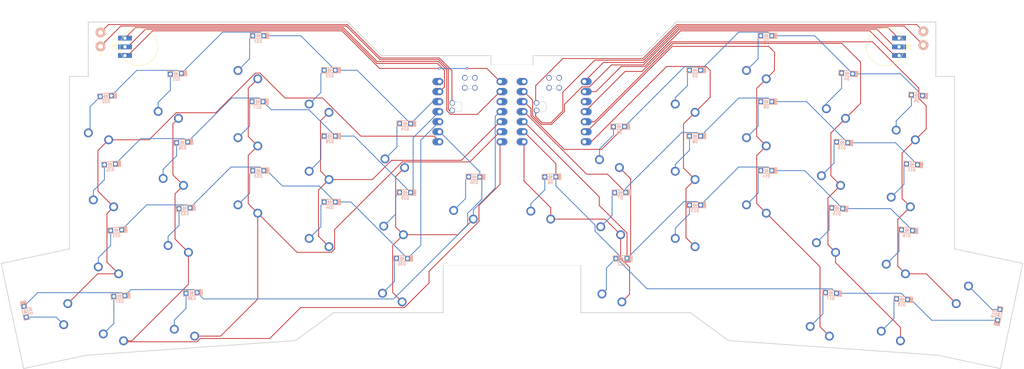
<source format=kicad_pcb>
(kicad_pcb (version 20241229) (generator "pcbnew") (generator_version "9.0")
  (layers (0 "F.Cu" signal) (2 "B.Cu" signal) (13 "F.Paste" user) (15 "B.Paste" user) (5 "F.SilkS" user "F.Silkscreen") (7 "B.SilkS" user "B.Silkscreen") (1 "F.Mask" user) (3 "B.Mask" user) (25 "Edge.Cuts" user))
  (net 0 "")
  (net 1 "row0")
  (net 2 "Net-(D1-A)")
  (net 3 "row1")
  (net 4 "Net-(D2-A)")
  (net 5 "Net-(D3-A)")
  (net 6 "row2")
  (net 7 "Net-(D4-A)")
  (net 8 "Net-(D5-A)")
  (net 9 "Net-(D6-A)")
  (net 10 "Net-(D7-A)")
  (net 11 "Net-(D8-A)")
  (net 12 "Net-(D9-A)")
  (net 13 "Net-(D10-A)")
  (net 14 "Net-(D11-A)")
  (net 15 "Net-(D12-A)")
  (net 16 "Net-(D13-A)")
  (net 17 "Net-(D14-A)")
  (net 18 "Net-(D15-A)")
  (net 19 "row3")
  (net 20 "Net-(D16-A)")
  (net 21 "Net-(D17-A)")
  (net 22 "Net-(D18-A)")
  (net 23 "Net-(D19-A)")
  (net 24 "Net-(D20-A)")
  (net 25 "Net-(D21-A)")
  (net 26 "Net-(D22-A)")
  (net 27 "Net-(D23-A)")
  (net 28 "Net-(D24-A)")
  (net 29 "Net-(D25-A)")
  (net 30 "Net-(D26-A)")
  (net 31 "Net-(D27-A)")
  (net 32 "Net-(D28-A)")
  (net 33 "Net-(D29-A)")
  (net 34 "Net-(D30-A)")
  (net 35 "Net-(D31-A)")
  (net 36 "Net-(D32-A)")
  (net 37 "Net-(D33-A)")
  (net 38 "Net-(D34-A)")
  (net 39 "Net-(D35-A)")
  (net 40 "Net-(D36-A)")
  (net 41 "Net-(D37-A)")
  (net 42 "Net-(D38-A)")
  (net 43 "col0")
  (net 44 "col1")
  (net 45 "col2")
  (net 46 "col3")
  (net 47 "col4")
  (net 49 "row0-1")
  (net 50 "row1-1")
  (net 51 "row3-1")
  (net 52 "row2-1")
  (net 53 "col0-1")
  (net 54 "col1-1")
  (net 55 "col2-1")
  (net 56 "col3-1")
  (net 57 "col4-1")
  (net 64 "Net-(J1-Pin_1)")
  (net 65 "Net-(J3-Pin_1)")
  (net 66 "Net-(J2-Pin_1)")
  (net 67 "Net-(J4-Pin_1)")
  (net 73 "5v")
  (net 74 "Gnd")
  (net 75 "Data")
  (net 76 "Data-1")
  (net 77 "Gnd-1")
  (net 78 "5v-1")
  (footprint "Keebio-Parts.pretty-master:Kailh-PG1350-1u-NoLED" (layer "F.Cu") (at 137.980875 76.221845 -1)
    (property "Reference" "SW30")
    (property "Value" "MX_LED" (hide yes))
  )
  (footprint "Keebio-Parts.pretty-master:Kailh-PG1350-1u-NoLED" (layer "F.Cu") (at 157.340851 76.221845 1)
    (property "Reference" "SW6")
    (property "Value" "MX_LED" (hide yes))
  )
  (footprint "Keebio-Parts.pretty-master:Kailh-PG1350-1u-NoLED" (layer "F.Cu") (at 46.569932 73.127394 4)
    (property "Reference" "SW25")
    (property "Value" "MX_LED" (hide yes))
  )
  (footprint "Keebio-Parts.pretty-master:Kailh-PG1350-1u-NoLED" (layer "F.Cu") (at 120.62322 63.184147 -1)
    (property "Reference" "SW24")
    (property "Value" "MX_LED" (hide yes))
  )
  (footprint "Keebio-Parts.pretty-master:Kailh-PG1350-1u-NoLED" (layer "F.Cu") (at 67.037316 105.858711 4)
    (property "Reference" "SW38")
    (property "Value" "MX_LED" (hide yes))
  )
  (footprint "Keebio-Parts.pretty-master:Kailh-PG1350-1u-NoLED" (layer "F.Cu") (at 247.496179 90.085982 -4)
    (property "Reference" "SW16")
    (property "Value" "MX_LED" (hide yes))
  )
  (footprint "Keebio-Parts.pretty-master:Kailh-PG1350-1u-NoLED" (layer "F.Cu") (at 65.467797 84.660476 4)
    (property "Reference" "SW32")
    (property "Value" "MX_LED" (hide yes))
  )
  (footprint "Keebio-Parts.pretty-master:Kailh-PG1350-1u-NoLED" (layer "F.Cu") (at 211.921726 40.713642)
    (property "Reference" "SW3")
    (property "Value" "MX_LED" (hide yes))
  )
  (footprint "Keebio-Parts.pretty-master:Kailh-PG1350-1u-NoLED" (layer "F.Cu") (at 229.853929 84.660476 -4)
    (property "Reference" "SW15")
    (property "Value" "MX_LED" (hide yes))
  )
  (footprint "Keebio-Parts.pretty-master:Kailh-PG1350-1u-NoLED" (layer "F.Cu") (at 193.921726 83.213642)
    (property "Reference" "SW13")
    (property "Value" "MX_LED" (hide yes))
  )
  (footprint "Keebio-Parts.pretty-master:Kailh-PG1350-1u-NoLED" (layer "F.Cu") (at 49.081164 107.044572 4)
    (property "Reference" "SW37")
    (property "Value" "MX_LED" (hide yes))
  )
  (footprint "Keebio-Parts.pretty-master:Kailh-PG1350-1u-NoLED" (layer "F.Cu") (at 246.240562 107.044572 -4)
    (property "Reference" "SW18")
    (property "Value" "MX_LED" (hide yes))
  )
  (footprint "Keebio-Parts.pretty-master:Kailh-PG1350-1u-NoLED" (layer "F.Cu") (at 193.921726 49.213642)
    (property "Reference" "SW2")
    (property "Value" "MX_LED" (hide yes))
  )
  (footprint "Keebio-Parts.pretty-master:Kailh-PG1350-1u-NoLED" (layer "F.Cu") (at 62.956563 50.743298 4)
    (property "Reference" "SW21")
    (property "Value" "MX_LED" (hide yes))
  )
  (footprint "Keebio-Parts.pretty-master:Kailh-PG1350-1u-NoLED" (layer "F.Cu") (at 193.921726 66.213642)
    (property "Reference" "SW8")
    (property "Value" "MX_LED" (hide yes))
  )
  (footprint "Keebio-Parts.pretty-master:Kailh-PG1350-1u-NoLED" (layer "F.Cu") (at 265.707378 104.743616 -102)
    (property "Reference" "SW19")
    (property "Value" "MX_LED" (hide yes))
  )
  (footprint "TOTEMlib:BatteryPad" (layer "F.Cu") (at 43.65625 34.925)
    (property "Reference" "J2" (hide yes))
    (property "Value" "-")
  )
  (footprint "Keebio-Parts.pretty-master:Kailh-PG1350-1u-NoLED" (layer "F.Cu") (at 45.314315 56.168804 4)
    (property "Reference" "SW20")
    (property "Value" "MX_LED" (hide yes))
  )
  (footprint "Keebio-Parts.pretty-master:Kailh-PG1350-1u-NoLED" (layer "F.Cu") (at 101.4 49.213642)
    (property "Reference" "SW23")
    (property "Value" "MX_LED" (hide yes))
  )
  (footprint "Keebio-Parts.pretty-master:Kailh-PG1350-1u-NoLED" (layer "F.Cu") (at 101.4 83.213642)
    (property "Reference" "SW34")
    (property "Value" "MX_LED" (hide yes))
  )
  (footprint "Keebio-Parts.pretty-master:Kailh-PG1350-1u-NoLED" (layer "F.Cu") (at 175.326791 97.178968 1)
    (property "Reference" "SW12")
    (property "Value" "MX_LED" (hide yes))
  )
  (footprint "Keebio-Parts.pretty-master:Kailh-PG1350-1u-NoLED" (layer "F.Cu") (at 119.994934 97.178968 -1)
    (property "Reference" "SW35")
    (property "Value" "MX_LED" (hide yes))
  )
  (footprint "Keebio-Parts.pretty-master:Kailh-PG1350-1u-NoLED" (layer "F.Cu") (at 47.825547 90.085982 4)
    (property "Reference" "SW31")
    (property "Value" "MX_LED" (hide yes))
  )
  (footprint "TOTEMlib:xiao-ble-smd-cutout-mod" (layer "F.Cu") (at 158.310863 54.938642)
    (property "Reference" "U3" (hide yes))
    (property "Value" "XIAO-nRF52840-SMD" (hide yes))
    (fp_line (start -4.699 -0.7488) (end -4.699 -1.7902) (stroke (width 0.12)) (layer "Edge.Cuts"))
    (fp_line (start -4.0132 -2.476) (end -2.413 -2.476) (stroke (width 0.12)) (layer "Edge.Cuts"))
    (fp_line (start -2.413 -0.063) (end -4.0132 -0.063) (stroke (width 0.12)) (layer "Edge.Cuts"))
    (fp_line (start -2.032 -2.095) (end -2.032 -0.444) (stroke (width 0.12)) (layer "Edge.Cuts"))
    (fp_line (start -1.524 -6.4638) (end -1.524 -8.1402) (stroke (width 0.12)) (layer "Edge.Cuts"))
    (fp_line (start -0.8382 -8.826) (end 0.8382 -8.826) (stroke (width 0.12)) (layer "Edge.Cuts"))
    (fp_line (start -0.8382 -5.778) (end 0.8382 -5.778) (stroke (width 0.12)) (layer "Edge.Cuts"))
    (fp_line (start 1.524 -6.4638) (end 1.524 -8.1402) (stroke (width 0.12)) (layer "Edge.Cuts"))
    (fp_arc (start -4.699 -0.7488) (mid -4.095391 -0.666609) (end -4.0132 -0.063) (stroke (width 0.12)) (layer "Edge.Cuts"))
    (fp_arc (start -4.0132 -2.476) (mid -4.095391 -1.872391) (end -4.699 -1.7902) (stroke (width 0.12)) (layer "Edge.Cuts"))
    (fp_arc (start -2.413 -2.476) (mid -2.143592 -2.364408) (end -2.032 -2.095) (stroke (width 0.12)) (layer "Edge.Cuts"))
    (fp_arc (start -2.032 -0.444) (mid -2.143592 -0.174592) (end -2.413 -0.063) (stroke (width 0.12)) (layer "Edge.Cuts"))
    (fp_arc (start -1.524 -6.4638) (mid -0.920391 -6.381609) (end -0.8382 -5.778) (stroke (width 0.12)) (layer "Edge.Cuts"))
    (fp_arc (start -0.8382 -8.826) (mid -0.920391 -8.222391) (end -1.524 -8.1402) (stroke (width 0.12)) (layer "Edge.Cuts"))
    (fp_arc (start 0.8382 -5.778) (mid 0.920391 -6.381609) (end 1.524 -6.4638) (stroke (width 0.12)) (layer "Edge.Cuts"))
    (fp_arc (start 1.524 -8.1402) (mid 0.920391 -8.222391) (end 0.8382 -8.826) (stroke (width 0.12)) (layer "Edge.Cuts"))
  )
  (footprint "Keebio-Parts.pretty-master:Kailh-PG1350-1u-NoLED" (layer "F.Cu") (at 211.921726 74.713642)
    (property "Reference" "SW14")
    (property "Value" "MX_LED" (hide yes))
  )
  (footprint "Keebio-Parts.pretty-master:Kailh-PG1350-1u-NoLED" (layer "F.Cu") (at 101.4 66.213642)
    (property "Reference" "SW28")
    (property "Value" "MX_LED" (hide yes))
  )
  (footprint "Keebio-Parts.pretty-master:Kailh-PG1350-1u-NoLED" (layer "F.Cu") (at 174.698505 63.184147 1)
    (property "Reference" "SW1")
    (property "Value" "MX_LED" (hide yes))
  )
  (footprint "Keebio-Parts.pretty-master:Kailh-PG1350-1u-NoLED" (layer "F.Cu") (at 83.4 57.713642)
    (property "Reference" "SW27")
    (property "Value" "MX_LED" (hide yes))
  )
  (footprint "Keebio-Parts.pretty-master:NeoPixel_Mini_Button-v2" (layer "F.Cu") (at 241.991588 38.533642 -90)
    (property "Reference" "J5")
    (property "Value" "LED")
  )
  (footprint "Keebio-Parts.pretty-master:Kailh-PG1350-1u-NoLED" (layer "F.Cu") (at 175.012648 80.181557 1)
    (property "Reference" "SW7")
    (property "Value" "MX_LED" (hide yes))
  )
  (footprint "TOTEMlib:BatteryPad" (layer "F.Cu") (at 251.61875 38.1)
    (property "Reference" "J3" (hide yes))
    (property "Value" "+")
  )
  (footprint "Keebio-Parts.pretty-master:Kailh-PG1350-1u-NoLED" (layer "F.Cu") (at 83.4 74.713642)
    (property "Reference" "SW33")
    (property "Value" "MX_LED" (hide yes))
  )
  (footprint "TOTEMlib:BatteryPad" (layer "F.Cu") (at 43.65625 38.425)
    (property "Reference" "J4" (hide yes))
    (property "Value" "+")
  )
  (footprint "Keebio-Parts.pretty-master:Kailh-PG1350-1u-NoLED" (layer "F.Cu") (at 231.109546 67.701887 -4)
    (property "Reference" "SW10")
    (property "Value" "MX_LED" (hide yes))
  )
  (footprint "Keebio-Parts.pretty-master:Kailh-PG1350-1u-NoLED" (layer "F.Cu") (at 248.751794 73.127394 -4)
    (property "Reference" "SW11")
    (property "Value" "MX_LED" (hide yes))
  )
  (footprint "Keebio-Parts.pretty-master:Kailh-PG1350-1u-NoLED" (layer "F.Cu") (at 64.21218 67.701887 4)
    (property "Reference" "SW26")
    (property "Value" "MX_LED" (hide yes))
  )
  (footprint "Keebio-Parts.pretty-master:Kailh-PG1350-1u-NoLED" (layer "F.Cu") (at 120.309077 80.181557 -1)
    (property "Reference" "SW29")
    (property "Value" "MX_LED" (hide yes))
  )
  (footprint "TOTEMlib:xiao-ble-smd-cutout-mod" (layer "F.Cu") (at 137.010863 54.938642)
    (property "Reference" "U1" (hide yes))
    (property "Value" "XIAO-nRF52840-SMD" (hide yes))
    (fp_line (start -4.699 -0.7488) (end -4.699 -1.7902) (stroke (width 0.12)) (layer "Edge.Cuts"))
    (fp_line (start -4.0132 -2.476) (end -2.413 -2.476) (stroke (width 0.12)) (layer "Edge.Cuts"))
    (fp_line (start -2.413 -0.063) (end -4.0132 -0.063) (stroke (width 0.12)) (layer "Edge.Cuts"))
    (fp_line (start -2.032 -2.095) (end -2.032 -0.444) (stroke (width 0.12)) (layer "Edge.Cuts"))
    (fp_line (start -1.524 -6.4638) (end -1.524 -8.1402) (stroke (width 0.12)) (layer "Edge.Cuts"))
    (fp_line (start -0.8382 -8.826) (end 0.8382 -8.826) (stroke (width 0.12)) (layer "Edge.Cuts"))
    (fp_line (start -0.8382 -5.778) (end 0.8382 -5.778) (stroke (width 0.12)) (layer "Edge.Cuts"))
    (fp_line (start 1.524 -6.4638) (end 1.524 -8.1402) (stroke (width 0.12)) (layer "Edge.Cuts"))
    (fp_arc (start -4.699 -0.7488) (mid -4.095391 -0.666609) (end -4.0132 -0.063) (stroke (width 0.12)) (layer "Edge.Cuts"))
    (fp_arc (start -4.0132 -2.476) (mid -4.095391 -1.872391) (end -4.699 -1.7902) (stroke (width 0.12)) (layer "Edge.Cuts"))
    (fp_arc (start -2.413 -2.476) (mid -2.143592 -2.364408) (end -2.032 -2.095) (stroke (width 0.12)) (layer "Edge.Cuts"))
    (fp_arc (start -2.032 -0.444) (mid -2.143592 -0.174592) (end -2.413 -0.063) (stroke (width 0.12)) (layer "Edge.Cuts"))
    (fp_arc (start -1.524 -6.4638) (mid -0.920391 -6.381609) (end -0.8382 -5.778) (stroke (width 0.12)) (layer "Edge.Cuts"))
    (fp_arc (start -0.8382 -8.826) (mid -0.920391 -8.222391) (end -1.524 -8.1402) (stroke (width 0.12)) (layer "Edge.Cuts"))
    (fp_arc (start 0.8382 -5.778) (mid 0.920391 -6.381609) (end 1.524 -6.4638) (stroke (width 0.12)) (layer "Edge.Cuts"))
    (fp_arc (start 1.524 -8.1402) (mid 0.920391 -8.222391) (end 0.8382 -8.826) (stroke (width 0.12)) (layer "Edge.Cuts"))
  )
  (footprint "Keebio-Parts.pretty-master:Kailh-PG1350-1u-NoLED" (layer "F.Cu") (at 228.28441 105.858711 -4)
    (property "Reference" "SW17")
    (property "Value" "MX_LED" (hide yes))
  )
  (footprint "Keebio-Parts.pretty-master:NeoPixel_Mini_Button-v2" (layer "F.Cu") (at 53.330138 38.533642 90)
    (property "Reference" "J6")
    (property "Value" "LED")
  )
  (footprint "Keebio-Parts.pretty-master:Kailh-PG1350-1u-NoLED" (layer "F.Cu") (at 250.007411 56.168804 -4)
    (property "Reference" "SW5")
    (property "Value" "MX_LED" (hide yes))
  )
  (footprint "Keebio-Parts.pretty-master:Kailh-PG1350-1u-NoLED" (layer "F.Cu") (at 211.921726 57.713642)
    (property "Reference" "SW9")
    (property "Value" "MX_LED" (hide yes))
  )
  (footprint "TOTEMlib:BatteryPad" (layer "F.Cu") (at 251.61875 34.6)
    (property "Reference" "J1" (hide yes))
    (property "Value" "-")
  )
  (footprint "Keebio-Parts.pretty-master:Kailh-PG1350-1u-NoLED" (layer "F.Cu") (at 83.4 40.713642)
    (property "Reference" "SW22")
    (property "Value" "MX_LED" (hide yes))
  )
  (footprint "Keebio-Parts.pretty-master:Kailh-PG1350-1u-NoLED" (layer "F.Cu") (at 232.365163 50.743298 -4)
    (property "Reference" "SW4")
    (property "Value" "MX_LED" (hide yes))
  )
  (footprint "Keebio-Parts.pretty-master:Kailh-PG1350-1u-NoLED" (layer "F.Cu") (at 29.614348 104.743616 102)
    (property "Reference" "SW36")
    (property "Value" "MX_LED" (hide yes))
  )
  (footprint "Keebio-Parts.pretty-master:D_SOD123F-Hole" (layer "B.Cu") (at 46.0375 68.2625 -176)
    (property "Reference" "D25")
    (property "Value" "D" (hide yes))
  )
  (footprint "Keebio-Parts.pretty-master:D_SOD123F-Hole" (layer "B.Cu") (at 193.921726 78.58125 180)
    (property "Reference" "D13")
    (property "Value" "D" (hide yes))
  )
  (footprint "Keebio-Parts.pretty-master:D_SOD123F-Hole" (layer "B.Cu") (at 64.29375 62.70625 -176)
    (property "Reference" "D26")
    (property "Value" "D" (hide yes))
  )
  (footprint "Keebio-Parts.pretty-master:D_SOD123F-Hole" (layer "B.Cu") (at 270.66875 106.3625 78)
    (property "Reference" "D19")
    (property "Value" "D" (hide yes))
  )
  (footprint "Keebio-Parts.pretty-master:D_SOD123F-Hole" (layer "B.Cu") (at 232.365163 45.24375 176)
    (property "Reference" "D4")
    (property "Value" "D" (hide yes))
  )
  (footprint "Keebio-Parts.pretty-master:D_SOD123F-Hole" (layer "B.Cu") (at 83.34375 52.3875 180)
    (property "Reference" "D27")
    (property "Value" "D" (hide yes))
  )
  (footprint "Keebio-Parts.pretty-master:D_SOD123F-Hole" (layer "B.Cu") (at 174.698505 58.7375 -179)
    (property "Reference" "D1")
    (property "Value" "D" (hide yes))
  )
  (footprint "Keebio-Parts.pretty-master:D_SOD123F-Hole" (layer "B.Cu") (at 83.53125 69.85 180)
    (property "Reference" "D33")
    (property "Value" "D" (hide yes))
  )
  (footprint "Keebio-Parts.pretty-master:D_SOD123F-Hole" (layer "B.Cu") (at 175.326791 92.075 -179)
    (property "Reference" "D12")
    (property "Value" "D" (hide yes))
  )
  (footprint "Keebio-Parts.pretty-master:D_SOD123F-Hole" (layer "B.Cu") (at 119.85625 92.075 179)
    (property "Reference" "D35")
    (property "Value" "D" (hide yes))
  )
  (footprint "Keebio-Parts.pretty-master:D_SOD123F-Hole" (layer "B.Cu") (at 120.65 75.381816 179)
    (property "Reference" "D29")
    (property "Value" "D" (hide yes))
  )
  (footprint "Keebio-Parts.pretty-master:D_SOD123F-Hole" (layer "B.Cu") (at 248.751794 68.2625 176)
    (property "Reference" "D11")
    (property "Value" "D" (hide yes))
  )
  (footprint "Keebio-Parts.pretty-master:D_SOD123F-Hole" (layer "B.Cu") (at 246.240562 102.39375 176)
    (property "Reference" "D18")
    (property "Value" "D" (hide yes))
  )
  (footprint "Keebio-Parts.pretty-master:D_SOD123F-Hole" (layer "B.Cu") (at 193.921726 44.45 180)
    (property "Reference" "D2")
    (property "Value" "D" (hide yes))
  )
  (footprint "Keebio-Parts.pretty-master:D_SOD123F-Hole" (layer "B.Cu") (at 193.921726 61.11875 180)
    (property "Reference" "D8")
    (property "Value" "D" (hide yes))
  )
  (footprint "Keebio-Parts.pretty-master:D_SOD123F-Hole" (layer "B.Cu") (at 48.41875 101.6 -176)
    (property "Reference" "D37")
    (property "Value" "D" (hide yes))
  )
  (footprint "Keebio-Parts.pretty-master:D_SOD123F-Hole" (layer "B.Cu") (at 211.921726 35.71875 180)
    (property "Reference" "D3")
    (property "Value" "D" (hide yes))
  )
  (footprint "Keebio-Parts.pretty-master:D_SOD123F-Hole" (layer "B.Cu") (at 62.70625 45.341409 -176)
    (property "Reference" "D21")
    (property "Value" "D" (hide yes))
  )
  (footprint "Keebio-Parts.pretty-master:D_SOD123F-Hole" (layer "B.Cu") (at 45 51 -176)
    (property "Reference" "D20")
    (property "Value" "D" (hide yes))
  )
  (footprint "Keebio-Parts.pretty-master:D_SOD123F-Hole" (layer "B.Cu") (at 66.675 100.80625 -176)
    (property "Reference" "D38")
    (property "Value" "D" (hide yes))
  )
  (footprint "Keebio-Parts.pretty-master:D_SOD123F-Hole" (layer "B.Cu") (at 64.9 79.375 -176)
    (property "Reference" "D32")
    (property "Value" "D" (hide yes))
  )
  (footprint "Keebio-Parts.pretty-master:D_SOD123F-Hole" (layer "B.Cu") (at 231.109546 62.70625 176)
    (property "Reference" "D10")
    (property "Value" "D" (hide yes))
  )
  (footprint "Keebio-Parts.pretty-master:D_SOD123F-Hole" (layer "B.Cu") (at 229.853929 79.375 176)
    (property "Reference" "D15")
    (property "Value" "D" (hide yes))
  )
  (footprint "Keebio-Parts.pretty-master:D_SOD123F-Hole" (layer "B.Cu") (at 83.53125 35.71875 180)
    (property "Reference" "D22")
    (property "Value" "D" (hide yes))
  )
  (footprint "Keebio-Parts.pretty-master:D_SOD123F-Hole" (layer "B.Cu") (at 47.625 84.93125 -176)
    (property "Reference" "D31")
    (property "Value" "D" (hide yes))
  )
  (footprint "Keebio-Parts.pretty-master:D_SOD123F-Hole" (layer "B.Cu") (at 228.28441 100.80625 176)
    (property "Reference" "D17")
    (property "Value" "D" (hide yes))
  )
  (footprint "Keebio-Parts.pretty-master:D_SOD123F-Hole" (layer "B.Cu") (at 247.496179 84.93125 176)
    (property "Reference" "D16")
    (property "Value" "D" (hide yes))
  )
  (footprint "Keebio-Parts.pretty-master:D_SOD123F-Hole" (layer "B.Cu") (at 211.921726 69.85 180)
    (property "Reference" "D14")
    (property "Value" "D" (hide yes))
  )
  (footprint "Keebio-Parts.pretty-master:D_SOD123F-Hole" (layer "B.Cu") (at 120.65 57.94375 179)
    (property "Reference" "D24")
    (property "Value" "D" (hide yes))
  )
  (footprint "Keebio-Parts.pretty-master:D_SOD123F-Hole" (layer "B.Cu") (at 101.6 61.11875 180)
    (property "Reference" "D28")
    (property "Value" "D" (hide yes))
  )
  (footprint "Keebio-Parts.pretty-master:D_SOD123F-Hole" (layer "B.Cu") (at 250.007411 50.8 176)
    (property "Reference" "D5")
    (property "Value" "D" (hide yes))
  )
  (footprint "Keebio-Parts.pretty-master:D_SOD123F-Hole" (layer "B.Cu") (at 211.921726 52.3875 180)
    (property "Reference" "D9")
    (property "Value" "D" (hide yes))
  )
  (footprint "Keebio-Parts.pretty-master:D_SOD123F-Hole" (layer "B.Cu") (at 101.6 44.45 180)
    (property "Reference" "D23")
    (property "Value" "D" (hide yes))
  )
  (footprint "Keebio-Parts.pretty-master:D_SOD123F-Hole" (layer "B.Cu") (at 175.012648 75.40625 -179)
    (property "Reference" "D7")
    (property "Value" "D" (hide yes))
  )
  (footprint "Keebio-Parts.pretty-master:D_SOD123F-Hole" (layer "B.Cu") (at 157.340851 71.4375 -179)
    (property "Reference" "D6")
    (property "Value" "D" (hide yes))
  )
  (footprint "Keebio-Parts.pretty-master:D_SOD123F-Hole" (layer "B.Cu") (at 138.1125 71.4375 179)
    (property "Reference" "D30")
    (property "Value" "D" (hide yes))
  )
  (footprint "Keebio-Parts.pretty-master:D_SOD123F-Hole" (layer "B.Cu") (at 24.60625 105.56875 -78)
    (property "Reference" "D36")
    (property "Value" "D" (hide yes))
  )
  (footprint "Keebio-Parts.pretty-master:D_SOD123F-Hole" (layer "B.Cu") (at 101.6 77.7875 180)
    (property "Reference" "D34")
    (property "Value" "D" (hide yes))
  )
  (gr_line (start 92.924796 112.870643) (end 40.152532 116.560839) (stroke (width 0.2)) (layer "Edge.Cuts"))
  (gr_line (start 18.552588 93.344385) (end 35.810138 89.676179) (stroke (width 0.2)) (layer "Edge.Cuts"))
  (gr_line (start 142.360863 40.763642) (end 142.360863 43.063642) (stroke (width 0.2)) (layer "Edge.Cuts"))
  (gr_line (start 102.631945 105.78042) (end 92.924796 112.870643) (stroke (width 0.2)) (layer "Edge.Cuts"))
  (gr_line (start 255.169194 116.560839) (end 271.11394 119.949999) (stroke (width 0.2)) (layer "Edge.Cuts"))
  (gr_line (start 202.39693 112.870643) (end 255.169194 116.560839) (stroke (width 0.2)) (layer "Edge.Cuts"))
  (gr_line (start 259.511588 46.038642) (end 254.761588 46.038642) (stroke (width 0.2)) (layer "Edge.Cuts"))
  (gr_line (start 254.761588 46.038642) (end 254.761588 32.263642) (stroke (width 0.2)) (layer "Edge.Cuts"))
  (gr_line (start 192.689781 105.78042) (end 202.39693 112.870643) (stroke (width 0.2)) (layer "Edge.Cuts"))
  (gr_line (start 130.272451 93.833926) (end 165.049275 93.833926) (stroke (width 0.05)) (layer "Edge.Cuts"))
  (gr_line (start 152.960863 40.763642) (end 152.960863 43.063642) (stroke (width 0.2)) (layer "Edge.Cuts"))
  (gr_line (start 180.616755 40.763642) (end 152.960863 40.763642) (stroke (width 0.2)) (layer "Edge.Cuts"))
  (gr_line (start 254.761588 32.263642) (end 189.116755 32.263642) (stroke (width 0.2)) (layer "Edge.Cuts"))
  (gr_line (start 259.511588 59.003642) (end 259.511588 46.038642) (stroke (width 0.2)) (layer "Edge.Cuts"))
  (gr_line (start 24.207786 119.949999) (end 18.552588 93.344385) (stroke (width 0.2)) (layer "Edge.Cuts"))
  (gr_line (start 152.960863 43.063642) (end 142.360863 43.063642) (stroke (width 0.05)) (layer "Edge.Cuts"))
  (gr_line (start 165.049275 93.833926) (end 165.049275 105.78042) (stroke (width 0.2)) (layer "Edge.Cuts"))
  (gr_line (start 259.511588 89.676179) (end 259.511588 65.603642) (stroke (width 0.2)) (layer "Edge.Cuts"))
  (gr_line (start 259.511588 65.603642) (end 259.511588 59.003642) (stroke (width 0.2)) (layer "Edge.Cuts"))
  (gr_line (start 130.272451 105.78042) (end 102.631945 105.78042) (stroke (width 0.2)) (layer "Edge.Cuts"))
  (gr_line (start 165.049275 105.78042) (end 192.689781 105.78042) (stroke (width 0.2)) (layer "Edge.Cuts"))
  (gr_line (start 114.704971 40.763642) (end 142.360863 40.763642) (stroke (width 0.2)) (layer "Edge.Cuts"))
  (gr_line (start 35.810138 89.676179) (end 35.810138 65.603642) (stroke (width 0.2)) (layer "Edge.Cuts"))
  (gr_line (start 40.560138 46.038642) (end 40.560138 32.263642) (stroke (width 0.2)) (layer "Edge.Cuts"))
  (gr_line (start 40.152532 116.560839) (end 24.207786 119.949999) (stroke (width 0.2)) (layer "Edge.Cuts"))
  (gr_line (start 40.560138 32.263642) (end 106.204971 32.263642) (stroke (width 0.2)) (layer "Edge.Cuts"))
  (gr_line (start 130.272451 93.833926) (end 130.272451 105.78042) (stroke (width 0.2)) (layer "Edge.Cuts"))
  (gr_line (start 271.11394 119.949999) (end 276.769138 93.344385) (stroke (width 0.2)) (layer "Edge.Cuts"))
  (gr_line (start 106.204971 32.263642) (end 114.704971 40.763642) (stroke (width 0.2)) (layer "Edge.Cuts"))
  (gr_line (start 189.116755 32.263642) (end 180.616755 40.763642) (stroke (width 0.2)) (layer "Edge.Cuts"))
  (gr_line (start 35.810138 59.003642) (end 35.810138 65.603642) (stroke (width 0.2)) (layer "Edge.Cuts"))
  (gr_line (start 35.810138 59.003642) (end 35.810138 46.038642) (stroke (width 0.2)) (layer "Edge.Cuts"))
  (gr_line (start 276.769138 93.344385) (end 259.511588 89.676179) (stroke (width 0.2)) (layer "Edge.Cuts"))
  (gr_line (start 35.810138 46.038642) (end 40.560138 46.038642) (stroke (width 0.2)) (layer "Edge.Cuts"))
  (segment (start 150.690863 52.398642) (end 152.465363 54.173142) (width 0.2) (layer "F.Cu") (net 1))
  (segment (start 152.465363 54.173142) (end 152.465363 56.099563) (width 0.2) (layer "F.Cu") (net 1))
  (segment (start 170.330223 64.481135) (end 176.098292 58.713066) (width 0.2) (layer "F.Cu") (net 1))
  (segment (start 152.465363 56.099563) (end 160.846935 64.481135) (width 0.2) (layer "F.Cu") (net 1))
  (segment (start 160.846935 64.481135) (end 170.330223 64.481135) (width 0.2) (layer "F.Cu") (net 1))
  (segment (start 191.262358 43.549) (end 176.098292 58.713066) (width 0.2) (layer "B.Cu") (net 1))
  (segment (start 204.953976 34.81775) (end 195.321726 44.45) (width 0.2) (layer "B.Cu") (net 1))
  (segment (start 245.847751 45.341409) (end 233.761753 45.341409) (width 0.2) (layer "B.Cu") (net 1))
  (segment (start 233.761753 45.341409) (end 224.139094 35.71875) (width 0.2) (layer "B.Cu") (net 1))
  (segment (start 251.404001 50.897659) (end 245.847751 45.341409) (width 0.2) (layer "B.Cu") (net 1))
  (segment (start 224.139094 35.71875) (end 213.321726 35.71875) (width 0.2) (layer "B.Cu") (net 1))
  (segment (start 213.321726 35.71875) (end 212.420726 34.81775) (width 0.2) (layer "B.Cu") (net 1))
  (segment (start 212.420726 34.81775) (end 204.953976 34.81775) (width 0.2) (layer "B.Cu") (net 1))
  (segment (start 195.321726 44.45) (end 194.420726 43.549) (width 0.2) (layer "B.Cu") (net 1))
  (segment (start 194.420726 43.549) (end 191.262358 43.549) (width 0.2) (layer "B.Cu") (net 1))
  (segment (start 169.765586 67.07083) (end 169.765586 64.412362) (width 0.2) (layer "B.Cu") (net 2))
  (segment (start 173.298718 60.87923) (end 173.298718 58.761934) (width 0.2) (layer "B.Cu") (net 2))
  (segment (start 169.765586 64.412362) (end 173.298718 60.87923) (width 0.2) (layer "B.Cu") (net 2))
  (segment (start 150.690863 54.938642) (end 166.502221 70.75) (width 0.2) (layer "F.Cu") (net 3))
  (segment (start 171.780619 70.75) (end 176.412435 75.381816) (width 0.2) (layer "F.Cu") (net 3))
  (segment (start 166.502221 70.75) (end 171.780619 70.75) (width 0.2) (layer "F.Cu") (net 3))
  (segment (start 213.321726 52.3875) (end 212.420726 51.4865) (width 0.2) (layer "B.Cu") (net 3))
  (segment (start 176.412435 74.337565) (end 176.412435 75.381816) (width 0.2) (layer "B.Cu") (net 3))
  (segment (start 190.53225 60.21775) (end 176.412435 74.337565) (width 0.2) (layer "B.Cu") (net 3))
  (segment (start 194.420726 60.21775) (end 190.53225 60.21775) (width 0.2) (layer "B.Cu") (net 3))
  (segment (start 204.953976 51.4865) (end 195.321726 61.11875) (width 0.2) (layer "B.Cu") (net 3))
  (segment (start 212.420726 51.4865) (end 204.953976 51.4865) (width 0.2) (layer "B.Cu") (net 3))
  (segment (start 222.089727 52.3875) (end 213.321726 52.3875) (width 0.2) (layer "B.Cu") (net 3))
  (segment (start 250.148384 68.360159) (end 244.592134 62.803909) (width 0.2) (layer "B.Cu") (net 3))
  (segment (start 232.506136 62.803909) (end 222.089727 52.3875) (width 0.2) (layer "B.Cu") (net 3))
  (segment (start 244.592134 62.803909) (end 232.506136 62.803909) (width 0.2) (layer "B.Cu") (net 3))
  (segment (start 195.321726 61.11875) (end 194.420726 60.21775) (width 0.2) (layer "B.Cu") (net 3))
  (segment (start 188.921726 53.013642) (end 188.921726 51.422652) (width 0.2) (layer "B.Cu") (net 4))
  (segment (start 192 48.344378) (end 192 44.971726) (width 0.2) (layer "B.Cu") (net 4))
  (segment (start 188.921726 51.422652) (end 192 48.344378) (width 0.2) (layer "B.Cu") (net 4))
  (segment (start 192 44.971726) (end 192.521726 44.45) (width 0.2) (layer "B.Cu") (net 4))
  (segment (start 209.87145 41.563918) (end 206.921726 44.513642) (width 0.2) (layer "B.Cu") (net 5))
  (segment (start 209.87145 36.369026) (end 209.87145 41.563918) (width 0.2) (layer "B.Cu") (net 5))
  (segment (start 210.521726 35.71875) (end 209.87145 36.369026) (width 0.2) (layer "B.Cu") (net 5))
  (segment (start 169.712221 76.5) (end 169.712221 78.660593) (width 0.2) (layer "F.Cu") (net 6))
  (segment (start 169.712221 78.660593) (end 176.726578 85.67495) (width 0.2) (layer "F.Cu") (net 6))
  (segment (start 150.690863 57.478642) (end 169.712221 76.5) (width 0.2) (layer "F.Cu") (net 6))
  (segment (start 176.726578 85.67495) (end 176.726578 92.050566) (width 0.2) (layer "F.Cu") (net 6))
  (segment (start 213.321726 69.85) (end 212.420726 68.949) (width 0.2) (layer "B.Cu") (net 6))
  (segment (start 194.420726 77.68025) (end 195.321726 78.58125) (width 0.2) (layer "B.Cu") (net 6))
  (segment (start 221.62786 69.85) (end 213.321726 69.85) (width 0.2) (layer "B.Cu") (net 6))
  (segment (start 243.336519 79.472659) (end 231.250519 79.472659) (width 0.2) (layer "B.Cu") (net 6))
  (segment (start 176.726578 92.050566) (end 191.096894 77.68025) (width 0.2) (layer "B.Cu") (net 6))
  (segment (start 248.892769 85.028909) (end 243.336519 79.472659) (width 0.2) (layer "B.Cu") (net 6))
  (segment (start 204.953976 68.949) (end 195.321726 78.58125) (width 0.2) (layer "B.Cu") (net 6))
  (segment (start 191.096894 77.68025) (end 194.420726 77.68025) (width 0.2) (layer "B.Cu") (net 6))
  (segment (start 231.250519 79.472659) (end 221.62786 69.85) (width 0.2) (layer "B.Cu") (net 6))
  (segment (start 212.420726 68.949) (end 204.953976 68.949) (width 0.2) (layer "B.Cu") (net 6))
  (segment (start 227.112268 52.887732) (end 227.112268 54.185259) (width 0.2) (layer "B.Cu") (net 7))
  (segment (start 230.968573 49.031427) (end 227.112268 52.887732) (width 0.2) (layer "B.Cu") (net 7))
  (segment (start 230.968573 45.146091) (end 230.968573 49.031427) (width 0.2) (layer "B.Cu") (net 7))
  (segment (start 244.754516 57.249906) (end 244.754516 59.610765) (width 0.2) (layer "B.Cu") (net 8))
  (segment (start 248.610821 53.393601) (end 244.754516 57.249906) (width 0.2) (layer "B.Cu") (net 8))
  (segment (start 248.610821 50.702341) (end 248.610821 53.393601) (width 0.2) (layer "B.Cu") (net 8))
  (segment (start 152.407932 78.254212) (end 155.941064 74.72108) (width 0.2) (layer "B.Cu") (net 9))
  (segment (start 152.407932 80.108528) (end 152.407932 78.254212) (width 0.2) (layer "B.Cu") (net 9))
  (segment (start 155.941064 74.72108) (end 155.941064 71.461934) (width 0.2) (layer "B.Cu") (net 9))
  (segment (start 172.961648 76.081897) (end 172.961648 81.186321) (width 0.2) (layer "B.Cu") (net 10))
  (segment (start 172.961648 81.186321) (end 170.079729 84.06824) (width 0.2) (layer "B.Cu") (net 10))
  (segment (start 173.612861 75.430684) (end 172.961648 76.081897) (width 0.2) (layer "B.Cu") (net 10))
  (segment (start 188.921726 68.31309) (end 192.521726 64.71309) (width 0.2) (layer "B.Cu") (net 11))
  (segment (start 188.921726 70.013642) (end 188.921726 68.31309) (width 0.2) (layer "B.Cu") (net 11))
  (segment (start 192.521726 64.71309) (end 192.521726 61.11875) (width 0.2) (layer "B.Cu") (net 11))
  (segment (start 209.870726 53.0385) (end 209.870726 58.564642) (width 0.2) (layer "B.Cu") (net 12))
  (segment (start 210.521726 52.3875) (end 209.870726 53.0385) (width 0.2) (layer "B.Cu") (net 12))
  (segment (start 209.870726 58.564642) (end 206.921726 61.513642) (width 0.2) (layer "B.Cu") (net 12))
  (segment (start 229.712956 62.608591) (end 229.058546 63.263001) (width 0.2) (layer "B.Cu") (net 13))
  (segment (start 229.058546 67.941953) (end 225.856651 71.143848) (width 0.2) (layer "B.Cu") (net 13))
  (segment (start 229.058546 63.263001) (end 229.058546 67.941953) (width 0.2) (layer "B.Cu") (net 13))
  (segment (start 246.700794 68.819251) (end 246.700794 73.36746) (width 0.2) (layer "B.Cu") (net 14))
  (segment (start 247.355204 68.164841) (end 246.700794 68.819251) (width 0.2) (layer "B.Cu") (net 14))
  (segment (start 246.700794 73.36746) (end 243.498899 76.569355) (width 0.2) (layer "B.Cu") (net 14))
  (segment (start 171.518872 99.940651) (end 171.518872 94.507566) (width 0.2) (layer "B.Cu") (net 15))
  (segment (start 170.393872 101.065651) (end 171.518872 99.940651) (width 0.2) (layer "B.Cu") (net 15))
  (segment (start 171.518872 94.507566) (end 173.927004 92.099434) (width 0.2) (layer "B.Cu") (net 15))
  (segment (start 188.921726 87.013642) (end 188.921726 84.412112) (width 0.2) (layer "B.Cu") (net 16))
  (segment (start 192.521726 80.812112) (end 192.521726 78.58125) (width 0.2) (layer "B.Cu") (net 16))
  (segment (start 188.921726 84.412112) (end 192.521726 80.812112) (width 0.2) (layer "B.Cu") (net 16))
  (segment (start 209.87145 70.500276) (end 209.87145 75.563918) (width 0.2) (layer "B.Cu") (net 17))
  (segment (start 209.87145 75.563918) (end 206.921726 78.513642) (width 0.2) (layer "B.Cu") (net 17))
  (segment (start 210.521726 69.85) (end 209.87145 70.500276) (width 0.2) (layer "B.Cu") (net 17))
  (segment (start 227.802929 79.931751) (end 227.802929 84.900542) (width 0.2) (layer "B.Cu") (net 18))
  (segment (start 228.457339 79.277341) (end 227.802929 79.931751) (width 0.2) (layer "B.Cu") (net 18))
  (segment (start 227.802929 84.900542) (end 224.601034 88.102437) (width 0.2) (layer "B.Cu") (net 18))
  (segment (start 158.740638 68.068417) (end 158.740638 71.413066) (width 0.2) (layer "F.Cu") (net 19))
  (segment (start 150.690863 60.018642) (end 158.740638 68.068417) (width 0.2) (layer "F.Cu") (net 19))
  (segment (start 228.54429 99.767199) (end 229.681 100.903909) (width 0.2) (layer "B.Cu") (net 19))
  (segment (start 270.377673 107.731906) (end 253.729307 107.731906) (width 0.2) (layer "B.Cu") (net 19))
  (segment (start 168.653729 83.638043) (end 168.653729 85.200663) (width 0.2) (layer "B.Cu") (net 19))
  (segment (start 181.792033 99.767199) (end 228.54429 99.767199) (width 0.2) (layer "B.Cu") (net 19))
  (segment (start 158.740638 71.413066) (end 158.740638 73.724952) (width 0.2) (layer "B.Cu") (net 19))
  (segment (start 158.740638 73.724952) (end 168.653729 83.638043) (width 0.2) (layer "B.Cu") (net 19))
  (segment (start 174.838384 91.385318) (end 174.838384 92.81355) (width 0.2) (layer "B.Cu") (net 19))
  (segment (start 246.049652 100.903909) (end 247.637152 102.491409) (width 0.2) (layer "B.Cu") (net 19))
  (segment (start 248.48881 102.491409) (end 247.637152 102.491409) (width 0.2) (layer "B.Cu") (net 19))
  (segment (start 168.653729 85.200663) (end 174.838384 91.385318) (width 0.2) (layer "B.Cu") (net 19))
  (segment (start 229.681 100.903909) (end 246.049652 100.903909) (width 0.2) (layer "B.Cu") (net 19))
  (segment (start 253.729307 107.731906) (end 248.48881 102.491409) (width 0.2) (layer "B.Cu") (net 19))
  (segment (start 174.838384 92.81355) (end 181.792033 99.767199) (width 0.2) (layer "B.Cu") (net 19))
  (segment (start 245.445179 85.488001) (end 245.445179 90.326048) (width 0.2) (layer "B.Cu") (net 20))
  (segment (start 245.445179 90.326048) (end 242.243284 93.527943) (width 0.2) (layer "B.Cu") (net 20))
  (segment (start 246.099589 84.833591) (end 245.445179 85.488001) (width 0.2) (layer "B.Cu") (net 20))
  (segment (start 226.23341 101.363001) (end 226.23341 106.098777) (width 0.2) (layer "B.Cu") (net 21))
  (segment (start 226.23341 106.098777) (end 223.031515 109.300672) (width 0.2) (layer "B.Cu") (net 21))
  (segment (start 226.88782 100.708591) (end 226.23341 101.363001) (width 0.2) (layer "B.Cu") (net 21))
  (segment (start 244.843972 102.296091) (end 244.189562 102.950501) (width 0.2) (layer "B.Cu") (net 22))
  (segment (start 244.189562 107.284638) (end 240.987667 110.486533) (width 0.2) (layer "B.Cu") (net 22))
  (segment (start 244.189562 102.950501) (end 244.189562 107.284638) (width 0.2) (layer "B.Cu") (net 22))
  (segment (start 268.960257 104.993094) (end 263.029976 99.062813) (width 0.2) (layer "B.Cu") (net 23))
  (segment (start 270.959827 104.993094) (end 268.960257 104.993094) (width 0.2) (layer "B.Cu") (net 23))
  (segment (start 41.028713 53.672356) (end 43.60341 51.097659) (width 0.2) (layer "B.Cu") (net 24))
  (segment (start 41.028713 59.871186) (end 41.028713 53.672356) (width 0.2) (layer "B.Cu") (net 24))
  (segment (start 40.591569 60.30833) (end 41.028713 59.871186) (width 0.2) (layer "B.Cu") (net 24))
  (segment (start 61.30966 49.489649) (end 58.233817 52.565492) (width 0.2) (layer "B.Cu") (net 25))
  (segment (start 58.233817 52.565492) (end 58.233817 54.882824) (width 0.2) (layer "B.Cu") (net 25))
  (segment (start 61.30966 45.439068) (end 61.30966 49.489649) (width 0.2) (layer "B.Cu") (net 25))
  (segment (start 82.13125 35.71875) (end 81.349724 36.500276) (width 0.2) (layer "B.Cu") (net 26))
  (segment (start 81.349724 36.500276) (end 81.349724 41.563918) (width 0.2) (layer "B.Cu") (net 26))
  (segment (start 81.349724 41.563918) (end 78.4 44.513642) (width 0.2) (layer "B.Cu") (net 26))
  (segment (start 99.349724 45.300276) (end 99.349724 50.063918) (width 0.2) (layer "B.Cu") (net 27))
  (segment (start 100.2 44.45) (end 99.349724 45.300276) (width 0.2) (layer "B.Cu") (net 27))
  (segment (start 99.349724 50.063918) (end 96.4 53.013642) (width 0.2) (layer "B.Cu") (net 27))
  (segment (start 118.57222 58.59731) (end 118.57222 63.881748) (width 0.2) (layer "B.Cu") (net 28))
  (segment (start 118.57222 63.881748) (end 115.557662 66.896306) (width 0.2) (layer "B.Cu") (net 28))
  (segment (start 119.250213 57.919317) (end 118.57222 58.59731) (width 0.2) (layer "B.Cu") (net 28))
  (segment (start 44.64091 72.155864) (end 44.64091 68.360159) (width 0.2) (layer "B.Cu") (net 29))
  (segment (start 41.847186 77.26692) (end 41.847186 74.949588) (width 0.2) (layer "B.Cu") (net 29))
  (segment (start 41.847186 74.949588) (end 44.64091 72.155864) (width 0.2) (layer "B.Cu") (net 29))
  (segment (start 59.489434 69.524081) (end 59.489434 71.841413) (width 0.2) (layer "B.Cu") (net 30))
  (segment (start 62.89716 66.116355) (end 59.489434 69.524081) (width 0.2) (layer "B.Cu") (net 30))
  (segment (start 62.89716 62.803909) (end 62.89716 66.116355) (width 0.2) (layer "B.Cu") (net 30))
  (segment (start 81.349 52.98225) (end 81.349 58.564642) (width 0.2) (layer "B.Cu") (net 31))
  (segment (start 81.94375 52.3875) (end 81.349 52.98225) (width 0.2) (layer "B.Cu") (net 31))
  (segment (start 81.349 58.564642) (end 78.4 61.513642) (width 0.2) (layer "B.Cu") (net 31))
  (segment (start 99.349724 61.969026) (end 99.349724 67.063918) (width 0.2) (layer "B.Cu") (net 32))
  (segment (start 100.2 61.11875) (end 99.349724 61.969026) (width 0.2) (layer "B.Cu") (net 32))
  (segment (start 99.349724 67.063918) (end 96.4 70.013642) (width 0.2) (layer "B.Cu") (net 32))
  (segment (start 118.258077 76.349518) (end 118.258077 80.879158) (width 0.2) (layer "B.Cu") (net 33))
  (segment (start 118.258077 80.879158) (end 115.243519 83.893716) (width 0.2) (layer "B.Cu") (net 33))
  (segment (start 119.250213 75.357382) (end 118.258077 76.349518) (width 0.2) (layer "B.Cu") (net 33))
  (segment (start 135.929875 76.919446) (end 132.915317 79.934004) (width 0.2) (layer "B.Cu") (net 34))
  (segment (start 135.929875 72.195904) (end 135.929875 76.919446) (width 0.2) (layer "B.Cu") (net 34))
  (segment (start 136.712713 71.413066) (end 135.929875 72.195904) (width 0.2) (layer "B.Cu") (net 34))
  (segment (start 43.102801 94.225508) (end 43.102801 91.908176) (width 0.2) (layer "B.Cu") (net 35))
  (segment (start 43.102801 91.908176) (end 46.22841 88.782567) (width 0.2) (layer "B.Cu") (net 35))
  (segment (start 46.22841 88.782567) (end 46.22841 85.028909) (width 0.2) (layer "B.Cu") (net 35))
  (segment (start 63.50341 83.724311) (end 60.745051 86.48267) (width 0.2) (layer "B.Cu") (net 36))
  (segment (start 60.745051 86.48267) (end 60.745051 88.800002) (width 0.2) (layer "B.Cu") (net 36))
  (segment (start 63.50341 79.472659) (end 63.50341 83.724311) (width 0.2) (layer "B.Cu") (net 36))
  (segment (start 82.13125 69.85) (end 81.349 70.63225) (width 0.2) (layer "B.Cu") (net 37))
  (segment (start 81.349 75.564642) (end 78.4 78.513642) (width 0.2) (layer "B.Cu") (net 37))
  (segment (start 81.349 70.63225) (end 81.349 75.564642) (width 0.2) (layer "B.Cu") (net 37))
  (segment (start 99.349724 84.063918) (end 96.4 87.013642) (width 0.2) (layer "B.Cu") (net 38))
  (segment (start 99.349724 78.637776) (end 99.349724 84.063918) (width 0.2) (layer "B.Cu") (net 38))
  (segment (start 100.2 77.7875) (end 99.349724 78.637776) (width 0.2) (layer "B.Cu") (net 38))
  (segment (start 117.943934 97.876569) (end 114.929376 100.891127) (width 0.2) (layer "B.Cu") (net 39))
  (segment (start 118.456463 92.050567) (end 117.943934 92.563096) (width 0.2) (layer "B.Cu") (net 39))
  (segment (start 117.943934 92.563096) (end 117.943934 97.876569) (width 0.2) (layer "B.Cu") (net 39))
  (segment (start 24.897326 106.938157) (end 32.464734 106.938157) (width 0.2) (layer "B.Cu") (net 40))
  (segment (start 32.464734 106.938157) (end 34.370867 108.84429) (width 0.2) (layer "B.Cu") (net 40))
  (segment (start 47.02216 108.520356) (end 47.02216 101.697659) (width 0.2) (layer "B.Cu") (net 41))
  (segment (start 44.358418 111.184098) (end 47.02216 108.520356) (width 0.2) (layer "B.Cu") (net 41))
  (segment (start 65.27841 100.903909) (end 65.27841 104.717065) (width 0.2) (layer "B.Cu") (net 42))
  (segment (start 65.27841 104.717065) (end 62.31457 107.680905) (width 0.2) (layer "B.Cu") (net 42))
  (segment (start 62.31457 107.680905) (end 62.31457 109.998237) (width 0.2) (layer "B.Cu") (net 42))
  (segment (start 150.690863 72.472409) (end 157.44382 79.225366) (width 0.2) (layer "F.Cu") (net 43))
  (segment (start 175.115617 92.065101) (end 176.012462 92.961946) (width 0.2) (layer "F.Cu") (net 43))
  (segment (start 177.377791 101.130038) (end 177.377791 94.327275) (width 0.2) (layer "F.Cu") (net 43))
  (segment (start 175.42976 103.078069) (end 177.377791 101.130038) (width 0.2) (layer "F.Cu") (net 43))
  (segment (start 177.377791 94.327275) (end 175.115617 92.065101) (width 0.2) (layer "F.Cu") (net 43))
  (segment (start 176.012462 92.961946) (end 177.440694 92.961946) (width 0.2) (layer "F.Cu") (net 43))
  (segment (start 150.690863 62.558642) (end 150.690863 72.472409) (width 0.2) (layer "F.Cu") (net 43))
  (segment (start 177.440694 92.961946) (end 177.637958 92.764682) (width 0.2) (layer "F.Cu") (net 43))
  (segment (start 175.115617 86.080658) (end 175.115617 92.065101) (width 0.2) (layer "F.Cu") (net 43))
  (segment (start 171.155905 82.120946) (end 175.115617 86.080658) (width 0.2) (layer "F.Cu") (net 43))
  (segment (start 157.44382 82.120946) (end 171.155905 82.120946) (width 0.2) (layer "F.Cu") (net 43))
  (segment (start 177.637958 71.919732) (end 174.801474 69.083248) (width 0.2) (layer "F.Cu") (net 43))
  (segment (start 157.44382 79.225366) (end 157.44382 82.120946) (width 0.2) (layer "F.Cu") (net 43))
  (segment (start 177.637958 92.764682) (end 177.637958 71.919732) (width 0.2) (layer "F.Cu") (net 43))
  (segment (start 197.75 51.285368) (end 193.921726 55.113642) (width 0.2) (layer "F.Cu") (net 44))
  (segment (start 167.691358 62.558642) (end 186.75 43.5) (width 0.2) (layer "F.Cu") (net 44))
  (segment (start 191.620726 74.414642) (end 191.620726 86.812642) (width 0.2) (layer "F.Cu") (net 44))
  (segment (start 186.75 43.5) (end 196.75 43.5) (width 0.2) (layer "F.Cu") (net 44))
  (segment (start 191 58.035368) (end 191 69.191916) (width 0.2) (layer "F.Cu") (net 44))
  (segment (start 191.620726 86.812642) (end 193.921726 89.113642) (width 0.2) (layer "F.Cu") (net 44))
  (segment (start 193.921726 72.113642) (end 191.620726 74.414642) (width 0.2) (layer "F.Cu") (net 44))
  (segment (start 193.921726 55.113642) (end 191 58.035368) (width 0.2) (layer "F.Cu") (net 44))
  (segment (start 165.930863 62.558642) (end 167.691358 62.558642) (width 0.2) (layer "F.Cu") (net 44))
  (segment (start 191 69.191916) (end 193.921726 72.113642) (width 0.2) (layer "F.Cu") (net 44))
  (segment (start 197.75 44.5) (end 197.75 51.285368) (width 0.2) (layer "F.Cu") (net 44))
  (segment (start 196.75 43.5) (end 197.75 44.5) (width 0.2) (layer "F.Cu") (net 44))
  (segment (start 225.5 109.371492) (end 227.872847 111.744339) (width 0.2) (layer "F.Cu") (net 45))
  (segment (start 209.5 66.035368) (end 209.5 78.191916) (width 0.2) (layer "F.Cu") (net 45))
  (segment (start 165.930863 60.018642) (end 166.548458 60.018642) (width 0.2) (layer "F.Cu") (net 45))
  (segment (start 211.921726 46.613642) (end 209.5 49.035368) (width 0.2) (layer "F.Cu") (net 45))
  (segment (start 209.5 49.035368) (end 209.5 61.191916) (width 0.2) (layer "F.Cu") (net 45))
  (segment (start 209.5 61.191916) (end 211.921726 63.613642) (width 0.2) (layer "F.Cu") (net 45))
  (segment (start 214 39.891364) (end 214 44.535368) (width 0.2) (layer "F.Cu") (net 45))
  (segment (start 211.921726 80.613642) (end 225.5 94.191916) (width 0.2) (layer "F.Cu") (net 45))
  (segment (start 188.15855 38.40855) (end 212.517186 38.40855) (width 0.2) (layer "F.Cu") (net 45))
  (segment (start 214 44.535368) (end 211.921726 46.613642) (width 0.2) (layer "F.Cu") (net 45))
  (segment (start 212.517186 38.40855) (end 214 39.891364) (width 0.2) (layer "F.Cu") (net 45))
  (segment (start 225.5 94.191916) (end 225.5 109.371492) (width 0.2) (layer "F.Cu") (net 45))
  (segment (start 166.548458 60.018642) (end 188.15855 38.40855) (width 0.2) (layer "F.Cu") (net 45))
  (segment (start 209.5 78.191916) (end 211.921726 80.613642) (width 0.2) (layer "F.Cu") (net 45))
  (segment (start 211.921726 63.613642) (end 209.5 66.035368) (width 0.2) (layer "F.Cu") (net 45))
  (segment (start 228.25 60.332526) (end 228.25 71.139532) (width 0.2) (layer "F.Cu") (net 46))
  (segment (start 228.25 71.139532) (end 230.697983 73.587515) (width 0.2) (layer "F.Cu") (net 46))
  (segment (start 235.75 42.401) (end 235.75 52.832526) (width 0.2) (layer "F.Cu") (net 46))
  (segment (start 229.442366 90.546104) (end 229.442366 93.146928) (width 0.2) (layer "F.Cu") (net 46))
  (segment (start 235.75 52.832526) (end 231.9536 56.628926) (width 0.2) (layer "F.Cu") (net 46))
  (segment (start 227.5 76.785498) (end 227.5 88.603738) (width 0.2) (layer "F.Cu") (net 46))
  (segment (start 231 37.651) (end 235.75 42.401) (width 0.2) (layer "F.Cu") (net 46))
  (segment (start 245.828999 109.533561) (end 245.828999 112.9302) (width 0.2) (layer "F.Cu") (net 46))
  (segment (start 188.349 37.651) (end 231 37.651) (width 0.2) (layer "F.Cu") (net 46))
  (segment (start 230.697983 73.587515) (end 227.5 76.785498) (width 0.2) (layer "F.Cu") (net 46))
  (segment (start 229.442366 93.146928) (end 245.828999 109.533561) (width 0.2) (layer "F.Cu") (net 46))
  (segment (start 168.521358 57.478642) (end 188.349 37.651) (width 0.2) (layer "F.Cu") (net 46))
  (segment (start 165.930863 57.478642) (end 168.521358 57.478642) (width 0.2) (layer "F.Cu") (net 46))
  (segment (start 227.5 88.603738) (end 229.442366 90.546104) (width 0.2) (layer "F.Cu") (net 46))
  (segment (start 231.9536 56.628926) (end 228.25 60.332526) (width 0.2) (layer "F.Cu") (net 46))
  (segment (start 188.035742 37.25) (end 180.535742 44.75) (width 0.2) (layer "F.Cu") (net 47))
  (segment (start 252.345393 53.461807) (end 250.462609 51.579023) (width 0.2) (layer "F.Cu") (net 47))
  (segment (start 247.084616 95.97161) (end 252.39098 95.97161) (width 0.2) (layer "F.Cu") (net 47))
  (segment (start 252.345393 59.304887) (end 252.345393 53.461807) (width 0.2) (layer "F.Cu") (net 47))
  (segment (start 248.340231 79.013022) (end 245.158197 82.195056) (width 0.2) (layer "F.Cu") (net 47))
  (segment (start 176.25 44.75) (end 166.061358 54.938642) (width 0.2) (layer "F.Cu") (net 47))
  (segment (start 250.462609 51.579023) (end 250.462609 48.962609) (width 0.2) (layer "F.Cu") (net 47))
  (segment (start 238.75 37.25) (end 188.035742 37.25) (width 0.2) (layer "F.Cu") (net 47))
  (segment (start 249.595848 62.054432) (end 252.345393 59.304887) (width 0.2) (layer "F.Cu") (net 47))
  (segment (start 252.39098 95.97161) (end 259.936307 103.516937) (width 0.2) (layer "F.Cu") (net 47))
  (segment (start 249.595848 62.054432) (end 246.25 65.40028) (width 0.2) (layer "F.Cu") (net 47))
  (segment (start 245.158197 94.045191) (end 247.084616 95.97161) (width 0.2) (layer "F.Cu") (net 47))
  (segment (start 245.158197 82.195056) (end 245.158197 94.045191) (width 0.2) (layer "F.Cu") (net 47))
  (segment (start 250.462609 48.962609) (end 238.75 37.25) (width 0.2) (layer "F.Cu") (net 47))
  (segment (start 166.061358 54.938642) (end 165.930863 54.938642) (width 0.2) (layer "F.Cu") (net 47))
  (segment (start 180.535742 44.75) (end 176.25 44.75) (width 0.2) (layer "F.Cu") (net 47))
  (segment (start 246.25 65.40028) (end 246.25 76.922791) (width 0.2) (layer "F.Cu") (net 47))
  (segment (start 246.25 76.922791) (end 248.340231 79.013022) (width 0.2) (layer "F.Cu") (net 47))
  (segment (start 64.10284 45.24375) (end 74.52884 34.81775) (width 0.2) (layer "B.Cu") (net 49))
  (segment (start 129.390863 52.398642) (end 127.619328 52.398642) (width 0.2) (layer "B.Cu") (net 49))
  (segment (start 122.049787 57.968183) (end 108.531604 44.45) (width 0.2) (layer "B.Cu") (net 49))
  (segment (start 127.619328 52.398642) (end 122.049787 57.968183) (width 0.2) (layer "B.Cu") (net 49))
  (segment (start 46.39659 50.902341) (end 52.801255 44.497676) (width 0.2) (layer "B.Cu") (net 49))
  (segment (start 94.26875 35.71875) (end 103 44.45) (width 0.2) (layer "B.Cu") (net 49))
  (segment (start 52.801255 44.497676) (end 63.356766 44.497676) (width 0.2) (layer "B.Cu") (net 49))
  (segment (start 108.531604 44.45) (end 103 44.45) (width 0.2) (layer "B.Cu") (net 49))
  (segment (start 74.52884 34.81775) (end 84.03025 34.81775) (width 0.2) (layer "B.Cu") (net 49))
  (segment (start 84.03025 34.81775) (end 84.93125 35.71875) (width 0.2) (layer "B.Cu") (net 49))
  (segment (start 63.356766 44.497676) (end 64.10284 45.24375) (width 0.2) (layer "B.Cu") (net 49))
  (segment (start 84.93125 35.71875) (end 94.26875 35.71875) (width 0.2) (layer "B.Cu") (net 49))
  (segment (start 65.69034 62.608591) (end 76.812431 51.4865) (width 0.2) (layer "B.Cu") (net 50))
  (segment (start 129.282393 54.938642) (end 122.67422 61.546815) (width 0.2) (layer "B.Cu") (net 50))
  (segment (start 107.762287 61.11875) (end 122.049787 75.40625) (width 0.2) (layer "B.Cu") (net 50))
  (segment (start 64.831749 61.75) (end 65.69034 62.608591) (width 0.2) (layer "B.Cu") (net 50))
  (segment (start 86.795892 54.439642) (end 96.320892 54.439642) (width 0.2) (layer "B.Cu") (net 50))
  (segment (start 76.812431 51.4865) (end 83.84275 51.4865) (width 0.2) (layer "B.Cu") (net 50))
  (segment (start 53.848931 61.75) (end 64.831749 61.75) (width 0.2) (layer "B.Cu") (net 50))
  (segment (start 122.67422 61.546815) (end 122.67422 74.781817) (width 0.2) (layer "B.Cu") (net 50))
  (segment (start 103 61.11875) (end 107.762287 61.11875) (width 0.2) (layer "B.Cu") (net 50))
  (segment (start 122.67422 74.781817) (end 122.049787 75.40625) (width 0.2) (layer "B.Cu") (net 50))
  (segment (start 84.74375 52.3875) (end 86.795892 54.439642) (width 0.2) (layer "B.Cu") (net 50))
  (segment (start 129.390863 54.938642) (end 129.282393 54.938642) (width 0.2) (layer "B.Cu") (net 50))
  (segment (start 83.84275 51.4865) (end 84.74375 52.3875) (width 0.2) (layer "B.Cu") (net 50))
  (segment (start 47.43409 68.164841) (end 53.848931 61.75) (width 0.2) (layer "B.Cu") (net 50))
  (segment (start 96.320892 54.439642) (end 103 61.11875) (width 0.2) (layer "B.Cu") (net 50))
  (segment (start 24.315174 104.199343) (end 27.764517 100.75) (width 0.2) (layer "B.Cu") (net 51))
  (segment (start 129.390863 60.018642) (end 139.512287 70.140066) (width 0.2) (layer "B.Cu") (net 51))
  (segment (start 136.451906 80.651366) (end 140.031875 77.071397) (width 0.2) (layer "B.Cu") (net 51))
  (segment (start 27.764517 100.75) (end 49.062999 100.75) (width 0.2) (layer "B.Cu") (net 51))
  (segment (start 69.680126 102.317127) (end 117.757327 102.317127) (width 0.2) (layer "B.Cu") (net 51))
  (segment (start 49.81534 101.502341) (end 51.355164 99.962517) (width 0.2) (layer "B.Cu") (net 51))
  (segment (start 49.062999 100.75) (end 49.81534 101.502341) (width 0.2) (layer "B.Cu") (net 51))
  (segment (start 51.355164 99.962517) (end 67.325516 99.962517) (width 0.2) (layer "B.Cu") (net 51))
  (segment (start 117.757327 102.317127) (end 136.451906 83.622548) (width 0.2) (layer "B.Cu") (net 51))
  (segment (start 68.07159 100.708591) (end 69.680126 102.317127) (width 0.2) (layer "B.Cu") (net 51))
  (segment (start 140.031875 77.071397) (end 140.031875 71.981522) (width 0.2) (layer "B.Cu") (net 51))
  (segment (start 136.451906 83.622548) (end 136.451906 80.651366) (width 0.2) (layer "B.Cu") (net 51))
  (segment (start 139.512287 70.140066) (end 139.512287 71.461934) (width 0.2) (layer "B.Cu") (net 51))
  (segment (start 140.031875 71.981522) (end 139.512287 71.461934) (width 0.2) (layer "B.Cu") (net 51))
  (segment (start 67.325516 99.962517) (end 68.07159 100.708591) (width 0.2) (layer "B.Cu") (net 51))
  (segment (start 124.607239 62.153796) (end 129.282393 57.478642) (width 0.2) (layer "B.Cu") (net 52))
  (segment (start 49.02159 84.833591) (end 55.323914 78.531267) (width 0.2) (layer "B.Cu") (net 52))
  (segment (start 129.282393 57.478642) (end 129.390863 57.478642) (width 0.2) (layer "B.Cu") (net 52))
  (segment (start 85.73125 69.85) (end 89.63125 73.75) (width 0.2) (layer "B.Cu") (net 52))
  (segment (start 65.550516 78.531267) (end 66.29659 79.277341) (width 0.2) (layer "B.Cu") (net 52))
  (segment (start 89.63125 73.75) (end 98.9625 73.75) (width 0.2) (layer "B.Cu") (net 52))
  (segment (start 84.93125 69.85) (end 85.73125 69.85) (width 0.2) (layer "B.Cu") (net 52))
  (segment (start 55.323914 78.531267) (end 65.550516 78.531267) (width 0.2) (layer "B.Cu") (net 52))
  (segment (start 84.03025 68.949) (end 84.93125 69.85) (width 0.2) (layer "B.Cu") (net 52))
  (segment (start 103 77.7875) (end 106.944104 77.7875) (width 0.2) (layer "B.Cu") (net 52))
  (segment (start 124.607239 88.748231) (end 124.607239 62.153796) (width 0.2) (layer "B.Cu") (net 52))
  (segment (start 76.624931 68.949) (end 84.03025 68.949) (width 0.2) (layer "B.Cu") (net 52))
  (segment (start 106.944104 77.7875) (end 121.256037 92.099433) (width 0.2) (layer "B.Cu") (net 52))
  (segment (start 121.256037 92.099433) (end 124.607239 88.748231) (width 0.2) (layer "B.Cu") (net 52))
  (segment (start 66.29659 79.277341) (end 76.624931 68.949) (width 0.2) (layer "B.Cu") (net 52))
  (segment (start 98.9625 73.75) (end 103 77.7875) (width 0.2) (layer "B.Cu") (net 52))
  (segment (start 43 75.031527) (end 46.981495 79.013022) (width 0.2) (layer "F.Cu") (net 53))
  (segment (start 45.725878 62.054432) (end 43 64.78031) (width 0.2) (layer "F.Cu") (net 53))
  (segment (start 42.930746 95.97161) (end 35.385419 103.516937) (width 0.2) (layer "F.Cu") (net 53))
  (segment (start 48.23711 95.97161) (end 42.930746 95.97161) (width 0.2) (layer "F.Cu") (net 53))
  (segment (start 99.789527 51.4865) (end 90.289527 51.4865) (width 0.2) (layer "F.Cu") (net 53))
  (segment (start 72.794047 55.202926) (end 62.777457 55.202926) (width 0.2) (layer "F.Cu") (net 53))
  (segment (start 127.965368 61.133147) (end 109.436174 61.133147) (width 0.2) (layer "F.Cu") (net 53))
  (segment (start 82.809331 45.187642) (end 72.794047 55.202926) (width 0.2) (layer "F.Cu") (net 53))
  (segment (start 55.925951 62.054432) (end 45.725878 62.054432) (width 0.2) (layer "F.Cu") (net 53))
  (segment (start 46.981495 79.013022) (end 45.287018 80.707499) (width 0.2) (layer "F.Cu") (net 53))
  (segment (start 83.990669 45.187642) (end 82.809331 45.187642) (width 0.2) (layer "F.Cu") (net 53))
  (segment (start 45.287018 93.021518) (end 48.23711 95.97161) (width 0.2) (layer "F.Cu") (net 53))
  (segment (start 45.287018 80.707499) (end 45.287018 93.021518) (width 0.2) (layer "F.Cu") (net 53))
  (segment (start 90.289527 51.4865) (end 83.990669 45.187642) (width 0.2) (layer "F.Cu") (net 53))
  (segment (start 129.390863 62.558642) (end 127.965368 61.133147) (width 0.2) (layer "F.Cu") (net 53))
  (segment (start 43 64.78031) (end 43 75.031527) (width 0.2) (layer "F.Cu") (net 53))
  (segment (start 109.436174 61.133147) (end 99.789527 51.4865) (width 0.2) (layer "F.Cu") (net 53))
  (segment (start 62.777457 55.202926) (end 55.925951 62.054432) (width 0.2) (layer "F.Cu") (net 53))
  (segment (start 64.623743 73.587515) (end 62.5 75.711258) (width 0.2) (layer "F.Cu") (net 54))
  (segment (start 68.874879 112.335008) (end 68.039548 113.170339) (width 0.2) (layer "F.Cu") (net 54))
  (segment (start 86.42313 112.335008) (end 68.874879 112.335008) (width 0.2) (layer "F.Cu") (net 54))
  (segment (start 49.732866 113.170339) (end 49.492727 112.9302) (width 0.2) (layer "F.Cu") (net 54))
  (segment (start 51.5698 112.9302) (end 49.492727 112.9302) (width 0.2) (layer "F.Cu") (net 54))
  (segment (start 65.87936 98.62064) (end 51.5698 112.9302) (width 0.2) (layer "F.Cu") (net 54))
  (segment (start 120.482634 104.504069) (end 94.254069 104.504069) (width 0.2) (layer "F.Cu") (net 54))
  (segment (start 94.254069 104.504069) (end 86.42313 112.335008) (width 0.2) (layer "F.Cu") (net 54))
  (segment (start 144.630863 62.558642) (end 144.630863 73.35132) (width 0.2) (layer "F.Cu") (net 54))
  (segment (start 62.5 87.166744) (end 65.87936 90.546104) (width 0.2) (layer "F.Cu") (net 54))
  (segment (start 61.955768 58.041284) (end 61.955768 70.91954) (width 0.2) (layer "F.Cu") (net 54))
  (segment (start 126.695096 98.291607) (end 120.482634 104.504069) (width 0.2) (layer "F.Cu") (net 54))
  (segment (start 139.303906 78.678277) (end 139.303906 82.711615) (width 0.2) (layer "F.Cu") (net 54))
  (segment (start 62.5 75.711258) (end 62.5 87.166744) (width 0.2) (layer "F.Cu") (net 54))
  (segment (start 65.87936 90.546104) (end 65.87936 98.62064) (width 0.2) (layer "F.Cu") (net 54))
  (segment (start 68.039548 113.170339) (end 49.732866 113.170339) (width 0.2) (layer "F.Cu") (net 54))
  (segment (start 139.303906 82.711615) (end 126.695096 95.320425) (width 0.2) (layer "F.Cu") (net 54))
  (segment (start 144.630863 73.35132) (end 139.303906 78.678277) (width 0.2) (layer "F.Cu") (net 54))
  (segment (start 61.955768 70.91954) (end 64.623743 73.587515) (width 0.2) (layer "F.Cu") (net 54))
  (segment (start 126.695096 95.320425) (end 126.695096 98.291607) (width 0.2) (layer "F.Cu") (net 54))
  (segment (start 63.368126 56.628926) (end 61.955768 58.041284) (width 0.2) (layer "F.Cu") (net 54))
  (segment (start 83.4 46.613642) (end 81 49.013642) (width 0.2) (layer "F.Cu") (net 55))
  (segment (start 83.4 63.613642) (end 81 66.013642) (width 0.2) (layer "F.Cu") (net 55))
  (segment (start 119.929582 67.657248) (end 102.826 84.76083) (width 0.2) (layer "F.Cu") (net 55))
  (segment (start 136.992257 67.657248) (end 119.929582 67.657248) (width 0.2) (layer "F.Cu") (net 55))
  (segment (start 83.4 102.35) (end 74.005661 111.744339) (width 0.2) (layer "F.Cu") (net 55))
  (segment (start 83.4 80.613642) (end 83.4 102.35) (width 0.2) (layer "F.Cu") (net 55))
  (segment (start 101.990669 90.539642) (end 93.326 90.539642) (width 0.2) (layer "F.Cu") (net 55))
  (segment (start 93.326 90.539642) (end 83.4 80.613642) (width 0.2) (layer "F.Cu") (net 55))
  (segment (start 81 61.213642) (end 83.4 63.613642) (width 0.2) (layer "F.Cu") (net 55))
  (segment (start 81 78.213642) (end 83.4 80.613642) (width 0.2) (layer "F.Cu") (net 55))
  (segment (start 81 49.013642) (end 81 61.213642) (width 0.2) (layer "F.Cu") (net 55))
  (segment (start 74.005661 111.744339) (end 67.448879 111.744339) (width 0.2) (layer "F.Cu") (net 55))
  (segment (start 102.826 84.76083) (end 102.826 89.704311) (width 0.2) (layer "F.Cu") (net 55))
  (segment (start 144.630863 60.018642) (end 136.992257 67.657248) (width 0.2) (layer "F.Cu") (net 55))
  (segment (start 102.826 89.704311) (end 101.990669 90.539642) (width 0.2) (layer "F.Cu") (net 55))
  (segment (start 81 66.013642) (end 81 78.213642) (width 0.2) (layer "F.Cu") (net 55))
  (segment (start 98.75 86.463642) (end 101.4 89.113642) (width 0.2) (layer "F.Cu") (net 56))
  (segment (start 99.25 57.263642) (end 99.25 69.963642) (width 0.2) (layer "F.Cu") (net 56))
  (segment (start 98.75 74.763642) (end 98.75 86.463642) (width 0.2) (layer "F.Cu") (net 56))
  (segment (start 112.356995 72.113642) (end 101.4 72.113642) (width 0.2) (layer "F.Cu") (net 56))
  (segment (start 117.214389 67.256248) (end 112.356995 72.113642) (width 0.2) (layer "F.Cu") (net 56))
  (segment (start 134.853257 67.256248) (end 117.214389 67.256248) (width 0.2) (layer "F.Cu") (net 56))
  (segment (start 99.25 69.963642) (end 101.4 72.113642) (width 0.2) (layer "F.Cu") (net 56))
  (segment (start 101.4 72.113642) (end 98.75 74.763642) (width 0.2) (layer "F.Cu") (net 56))
  (segment (start 101.4 55.113642) (end 99.25 57.263642) (width 0.2) (layer "F.Cu") (net 56))
  (segment (start 144.630863 57.478642) (end 134.853257 67.256248) (width 0.2) (layer "F.Cu") (net 56))
  (segment (start 118.258077 84.132627) (end 120.206108 86.080658) (width 0.2) (layer "F.Cu") (net 57))
  (segment (start 120.520251 69.083248) (end 118.258077 71.345422) (width 0.2) (layer "F.Cu") (net 57))
  (segment (start 133.918194 86.080658) (end 137.877906 82.120946) (width 0.2) (layer "F.Cu") (net 57))
  (segment (start 118.258077 71.345422) (end 118.258077 84.132627) (width 0.2) (layer "F.Cu") (net 57))
  (segment (start 117.5 88.786766) (end 117.5 100.686104) (width 0.2) (layer "F.Cu") (net 57))
  (segment (start 120.206108 86.080658) (end 117.5 88.786766) (width 0.2) (layer "F.Cu") (net 57))
  (segment (start 120.206108 86.080658) (end 133.918194 86.080658) (width 0.2) (layer "F.Cu") (net 57))
  (segment (start 117.5 100.686104) (end 119.891965 103.078069) (width 0.2) (layer "F.Cu") (net 57))
  (segment (start 143.429863 56.139642) (end 144.630863 54.938642) (width 0.2) (layer "B.Cu") (net 57))
  (segment (start 137.877906 79.792466) (end 143.429863 74.240509) (width 0.2) (layer "B.Cu") (net 57))
  (segment (start 137.877906 82.120946) (end 137.877906 79.792466) (width 0.2) (layer "B.Cu") (net 57))
  (segment (start 143.429863 74.240509) (end 143.429863 56.139642) (width 0.2) (layer "B.Cu") (net 57))
  (segment (start 249.883392 32.864642) (end 189.365697 32.864642) (width 0.2) (layer "F.Cu") (net 64))
  (segment (start 180.730339 41.5) (end 160.493998 41.5) (width 0.2) (layer "F.Cu") (net 64))
  (segment (start 189.365697 32.864642) (end 180.730339 41.5) (width 0.2) (layer "F.Cu") (net 64))
  (segment (start 160.493998 41.5) (end 153.642867 48.351131) (width 0.2) (layer "F.Cu") (net 64))
  (segment (start 251.61875 34.6) (end 249.883392 32.864642) (width 0.2) (layer "F.Cu") (net 64))
  (segment (start 153.642867 48.351131) (end 153.642867 52.501173) (width 0.2) (layer "F.Cu") (net 64))
  (segment (start 189.531797 33.265642) (end 180.89189 41.905549) (width 0.2) (layer "F.Cu") (net 65))
  (segment (start 168.594451 41.905549) (end 160.5 50) (width 0.2) (layer "F.Cu") (net 65))
  (segment (start 160.5 54.75) (end 157.5 57.75) (width 0.2) (layer "F.Cu") (net 65))
  (segment (start 251.61875 38.1) (end 246.784392 33.265642) (width 0.2) (layer "F.Cu") (net 65))
  (segment (start 246.784392 33.265642) (end 189.531797 33.265642) (width 0.2) (layer "F.Cu") (net 65))
  (segment (start 160.5 50) (end 160.5 54.75) (width 0.2) (layer "F.Cu") (net 65))
  (segment (start 153.642863 56.142863) (end 153.642863 54.837162) (width 0.2) (layer "F.Cu") (net 65))
  (segment (start 157.5 57.75) (end 155.25 57.75) (width 0.2) (layer "F.Cu") (net 65))
  (segment (start 155.25 57.75) (end 153.642863 56.142863) (width 0.2) (layer "F.Cu") (net 65))
  (segment (start 180.89189 41.905549) (end 168.594451 41.905549) (width 0.2) (layer "F.Cu") (net 65))
  (segment (start 114.456029 41.364642) (end 129.298628 41.364642) (width 0.2) (layer "F.Cu") (net 66))
  (segment (start 45.716608 32.864642) (end 105.956029 32.864642) (width 0.2) (layer "F.Cu") (net 66))
  (segment (start 129.298628 41.364642) (end 132.466993 44.533007) (width 0.2) (layer "F.Cu") (net 66))
  (segment (start 132.466993 44.533007) (end 132.466993 52.14337) (width 0.2) (layer "F.Cu") (net 66))
  (segment (start 43.65625 34.925) (end 45.716608 32.864642) (width 0.2) (layer "F.Cu") (net 66))
  (segment (start 105.956029 32.864642) (end 114.456029 41.364642) (width 0.2) (layer "F.Cu") (net 66))
  (segment (start 131.566363 44.199477) (end 131.566363 54.370367) (width 0.2) (layer "F.Cu") (net 67))
  (segment (start 48.815608 33.265642) (end 105.789929 33.265642) (width 0.2) (layer "F.Cu") (net 67))
  (segment (start 129.132528 41.765642) (end 131.566363 44.199477) (width 0.2) (layer "F.Cu") (net 67))
  (segment (start 114.289929 41.765642) (end 129.132528 41.765642) (width 0.2) (layer "F.Cu") (net 67))
  (segment (start 131.566363 54.370367) (end 132.038711 54.842715) (width 0.2) (layer "F.Cu") (net 67))
  (segment (start 105.789929 33.265642) (end 114.289929 41.765642) (width 0.2) (layer "F.Cu") (net 67))
  (segment (start 43.65625 38.425) (end 48.815608 33.265642) (width 0.2) (layer "F.Cu") (net 67))
  (segment (start 132.038711 54.842715) (end 132.34479 54.842715) (width 0.2) (layer "F.Cu") (net 67))
  (segment (start 180.916642 42.5) (end 170.749505 42.5) (width 0.2) (layer "F.Cu") (net 73))
  (segment (start 242.666642 33.666642) (end 189.75 33.666642) (width 0.2) (layer "F.Cu") (net 73))
  (segment (start 189.75 33.666642) (end 180.916642 42.5) (width 0.2) (layer "F.Cu") (net 73))
  (segment (start 245.333642 36.333642) (end 242.666642 33.666642) (width 0.2) (layer "F.Cu") (net 73))
  (segment (start 170.749505 42.5) (end 165.930863 47.318642) (width 0.2) (layer "F.Cu") (net 73))
  (segment (start 245.491588 36.333642) (end 245.333642 36.333642) (width 0.2) (layer "F.Cu") (net 73))
  (segment (start 245.491588 40.733642) (end 244.341588 40.733642) (width 0.2) (layer "F.Cu") (net 74))
  (segment (start 244.341588 40.733642) (end 238.076588 34.468642) (width 0.2) (layer "F.Cu") (net 74))
  (segment (start 190.25 34.468642) (end 181.218642 43.5) (width 0.2) (layer "F.Cu") (net 74))
  (segment (start 175.25 43.5) (end 168.891358 49.858642) (width 0.2) (layer "F.Cu") (net 74))
  (segment (start 168.891358 49.858642) (end 165.930863 49.858642) (width 0.2) (layer "F.Cu") (net 74))
  (segment (start 238.076588 34.468642) (end 190.25 34.468642) (width 0.2) (layer "F.Cu") (net 74))
  (segment (start 181.218642 43.5) (end 175.25 43.5) (width 0.2) (layer "F.Cu") (net 74))
  (segment (start 172.798975 43.099) (end 167.240333 48.657642) (width 0.2) (layer "F.Cu") (net 75))
  (segment (start 167.240333 48.657642) (end 165.342358 48.657642) (width 0.2) (layer "F.Cu") (net 75))
  (segment (start 189.9161 34.067642) (end 180.884742 43.099) (width 0.2) (layer "F.Cu") (net 75))
  (segment (start 239.875588 34.067642) (end 189.9161 34.067642) (width 0.2) (layer "F.Cu") (net 75))
  (segment (start 152.866363 52.034142) (end 150.690863 49.858642) (width 0.2) (layer "F.Cu") (net 75))
  (segment (start 244.341588 38.533642) (end 239.875588 34.067642) (width 0.2) (layer "F.Cu") (net 75))
  (segment (start 180.884742 43.099) (end 172.798975 43.099) (width 0.2) (layer "F.Cu") (net 75))
  (segment (start 152.866363 55.933463) (end 152.866363 52.034142) (width 0.2) (layer "F.Cu") (net 75))
  (segment (start 165.342358 48.657642) (end 160.901 53.099) (width 0.2) (layer "F.Cu") (net 75))
  (segment (start 245.491588 38.533642) (end 244.341588 38.533642) (width 0.2) (layer "F.Cu") (net 75))
  (segment (start 155.0839 58.151) (end 152.866363 55.933463) (width 0.2) (layer "F.Cu") (net 75))
  (segment (start 157.6661 58.151) (end 155.0839 58.151) (width 0.2) (layer "F.Cu") (net 75))
  (segment (start 160.901 54.9161) (end 157.6661 58.151) (width 0.2) (layer "F.Cu") (net 75))
  (segment (start 160.901 53.099) (end 160.901 54.9161) (width 0.2) (layer "F.Cu") (net 75))
  (segment (start 50.582138 38.533642) (end 55.048138 34.067642) (width 0.2) (layer "F.Cu") (net 76))
  (segment (start 113.516258 42.75) (end 128.849943 42.75) (width 0.2) (layer "F.Cu") (net 76))
  (segment (start 49.830138 38.533642) (end 50.582138 38.533642) (width 0.2) (layer "F.Cu") (net 76))
  (segment (start 130.591863 44.49192) (end 130.591863 48.657642) (width 0.2) (layer "F.Cu") (net 76))
  (segment (start 104.8339 34.067642) (end 113.516258 42.75) (width 0.2) (layer "F.Cu") (net 76))
  (segment (start 55.048138 34.067642) (end 104.8339 34.067642) (width 0.2) (layer "F.Cu") (net 76))
  (segment (start 130.591863 48.657642) (end 129.390863 49.858642) (width 0.2) (layer "F.Cu") (net 76))
  (segment (start 128.849943 42.75) (end 130.591863 44.49192) (width 0.2) (layer "F.Cu") (net 76))
  (segment (start 49.830138 36.333642) (end 52.497138 33.666642) (width 0.2) (layer "F.Cu") (net 77))
  (segment (start 138.868362 55.621142) (end 138.994752 55.494752) (width 0.2) (layer "F.Cu") (net 77))
  (segment (start 132.151856 55.621142) (end 138.868362 55.621142) (width 0.2) (layer "F.Cu") (net 77))
  (segment (start 138.994752 55.494752) (end 144.630863 49.858642) (width 0.2) (layer "F.Cu") (net 77))
  (segment (start 52.497138 33.666642) (end 105 33.666642) (width 0.2) (layer "F.Cu") (net 77))
  (segment (start 113.583358 42.25) (end 129.049786 42.25) (width 0.2) (layer "F.Cu") (net 77))
  (segment (start 138.989505 55.5) (end 138.994752 55.494752) (width 0.2) (layer "F.Cu") (net 77))
  (segment (start 131.165363 54.634649) (end 132.151856 55.621142) (width 0.2) (layer "F.Cu") (net 77))
  (segment (start 131.165363 44.365577) (end 131.165363 54.634649) (width 0.2) (layer "F.Cu") (net 77))
  (segment (start 105 33.666642) (end 113.583358 42.25) (width 0.2) (layer "F.Cu") (net 77))
  (segment (start 129.049786 42.25) (end 131.165363 44.365577) (width 0.2) (layer "F.Cu") (net 77))
  (segment (start 50.582138 40.733642) (end 56.847138 34.468642) (width 0.2) (layer "F.Cu") (net 78))
  (segment (start 56.847138 34.468642) (end 104.6678 34.468642) (width 0.2) (layer "F.Cu") (net 78))
  (segment (start 114.199158 44) (end 129.25 44) (width 0.2) (layer "F.Cu") (net 78))
  (segment (start 144.630863 47.318642) (end 141.312221 44) (width 0.2) (layer "F.Cu") (net 78))
  (segment (start 49.830138 40.733642) (end 50.582138 40.733642) (width 0.2) (layer "F.Cu") (net 78))
  (segment (start 104.6678 34.468642) (end 114.199158 44) (width 0.2) (layer "F.Cu") (net 78))
  (segment (start 141.312221 44) (end 136.25 44) (width 0.2) (layer "F.Cu") (net 78))
  (via (at 129.25 44) (size 0.6) (drill 0.3) (layers "F.Cu" "B.Cu") (net 78))
  (via (at 136.25 44) (size 0.6) (drill 0.3) (layers "F.Cu" "B.Cu") (net 78))
  (segment (start 136.25 44) (end 129.25 44) (width 0.2) (layer "B.Cu") (net 78))
)
</source>
